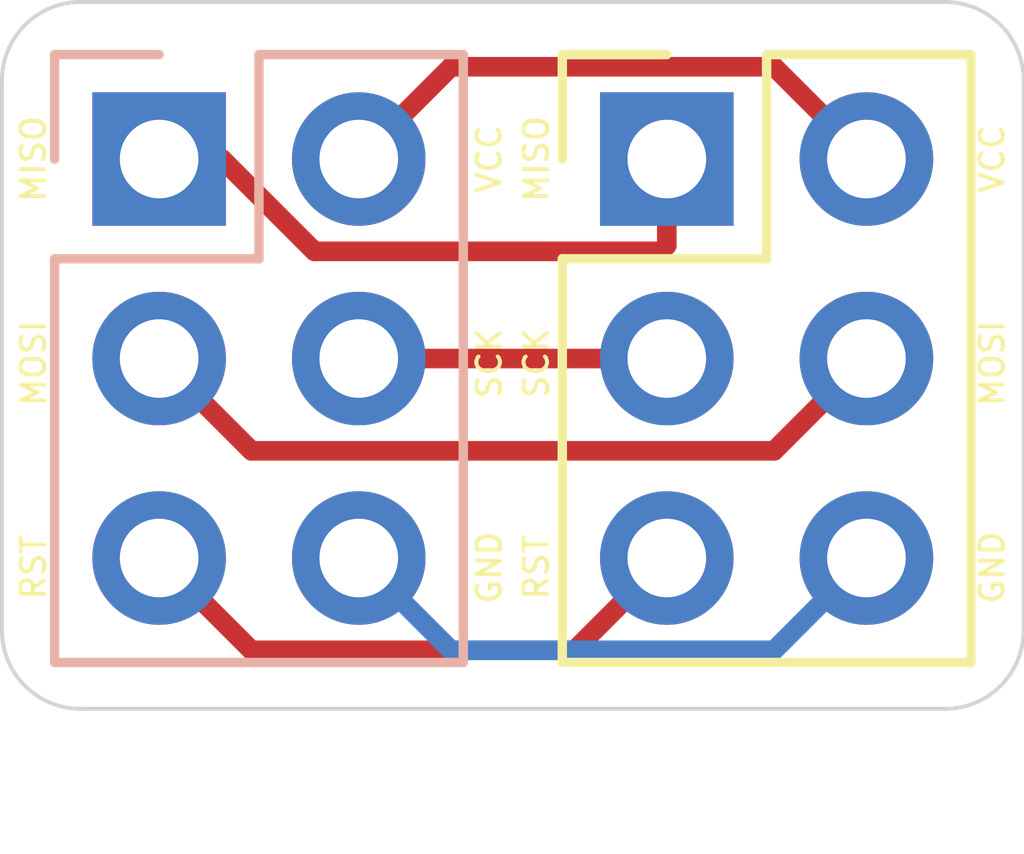
<source format=kicad_pcb>
(kicad_pcb (version 20171130) (host pcbnew "(5.1.5-0-10_14)")

  (general
    (thickness 1.6)
    (drawings 20)
    (tracks 23)
    (zones 0)
    (modules 2)
    (nets 7)
  )

  (page A4)
  (layers
    (0 F.Cu signal)
    (31 B.Cu signal)
    (32 B.Adhes user)
    (33 F.Adhes user)
    (34 B.Paste user)
    (35 F.Paste user)
    (36 B.SilkS user)
    (37 F.SilkS user)
    (38 B.Mask user)
    (39 F.Mask user)
    (40 Dwgs.User user)
    (41 Cmts.User user)
    (42 Eco1.User user)
    (43 Eco2.User user)
    (44 Edge.Cuts user)
    (45 Margin user)
    (46 B.CrtYd user)
    (47 F.CrtYd user)
    (48 B.Fab user)
    (49 F.Fab user hide)
  )

  (setup
    (last_trace_width 0.25)
    (trace_clearance 0.2)
    (zone_clearance 0.508)
    (zone_45_only no)
    (trace_min 0.2)
    (via_size 0.8)
    (via_drill 0.4)
    (via_min_size 0.4)
    (via_min_drill 0.3)
    (uvia_size 0.3)
    (uvia_drill 0.1)
    (uvias_allowed no)
    (uvia_min_size 0.2)
    (uvia_min_drill 0.1)
    (edge_width 0.05)
    (segment_width 0.2)
    (pcb_text_width 0.3)
    (pcb_text_size 1.5 1.5)
    (mod_edge_width 0.12)
    (mod_text_size 1 1)
    (mod_text_width 0.15)
    (pad_size 1.524 1.524)
    (pad_drill 0.762)
    (pad_to_mask_clearance 0.051)
    (solder_mask_min_width 0.25)
    (aux_axis_origin 0 0)
    (visible_elements FFFFFF7F)
    (pcbplotparams
      (layerselection 0x010fc_ffffffff)
      (usegerberextensions false)
      (usegerberattributes false)
      (usegerberadvancedattributes false)
      (creategerberjobfile false)
      (excludeedgelayer true)
      (linewidth 0.100000)
      (plotframeref false)
      (viasonmask false)
      (mode 1)
      (useauxorigin false)
      (hpglpennumber 1)
      (hpglpenspeed 20)
      (hpglpendiameter 15.000000)
      (psnegative false)
      (psa4output false)
      (plotreference true)
      (plotvalue true)
      (plotinvisibletext false)
      (padsonsilk false)
      (subtractmaskfromsilk false)
      (outputformat 1)
      (mirror false)
      (drillshape 1)
      (scaleselection 1)
      (outputdirectory ""))
  )

  (net 0 "")
  (net 1 /GND)
  (net 2 /RST)
  (net 3 /SCK)
  (net 4 /MOSI)
  (net 5 /VCC)
  (net 6 /MISO)

  (net_class Default "This is the default net class."
    (clearance 0.2)
    (trace_width 0.25)
    (via_dia 0.8)
    (via_drill 0.4)
    (uvia_dia 0.3)
    (uvia_drill 0.1)
    (add_net /GND)
    (add_net /MISO)
    (add_net /MOSI)
    (add_net /RST)
    (add_net /SCK)
    (add_net /VCC)
  )

  (module Connector_PinHeader_2.54mm:PinHeader_2x03_P2.54mm_Vertical (layer F.Cu) (tedit 59FED5CC) (tstamp 5F607B8F)
    (at 138.46 69)
    (descr "Through hole straight pin header, 2x03, 2.54mm pitch, double rows")
    (tags "Through hole pin header THT 2x03 2.54mm double row")
    (path /5F607C31)
    (fp_text reference J2 (at 1.27 -2.33) (layer F.SilkS) hide
      (effects (font (size 1 1) (thickness 0.15)))
    )
    (fp_text value AVR-ISP-6 (at 3.54 8) (layer F.Fab)
      (effects (font (size 1 1) (thickness 0.15)))
    )
    (fp_text user %R (at 1.27 2.54 90) (layer F.Fab)
      (effects (font (size 1 1) (thickness 0.15)))
    )
    (fp_line (start 4.35 -1.8) (end -1.8 -1.8) (layer F.CrtYd) (width 0.05))
    (fp_line (start 4.35 6.85) (end 4.35 -1.8) (layer F.CrtYd) (width 0.05))
    (fp_line (start -1.8 6.85) (end 4.35 6.85) (layer F.CrtYd) (width 0.05))
    (fp_line (start -1.8 -1.8) (end -1.8 6.85) (layer F.CrtYd) (width 0.05))
    (fp_line (start -1.33 -1.33) (end 0 -1.33) (layer F.SilkS) (width 0.12))
    (fp_line (start -1.33 0) (end -1.33 -1.33) (layer F.SilkS) (width 0.12))
    (fp_line (start 1.27 -1.33) (end 3.87 -1.33) (layer F.SilkS) (width 0.12))
    (fp_line (start 1.27 1.27) (end 1.27 -1.33) (layer F.SilkS) (width 0.12))
    (fp_line (start -1.33 1.27) (end 1.27 1.27) (layer F.SilkS) (width 0.12))
    (fp_line (start 3.87 -1.33) (end 3.87 6.41) (layer F.SilkS) (width 0.12))
    (fp_line (start -1.33 1.27) (end -1.33 6.41) (layer F.SilkS) (width 0.12))
    (fp_line (start -1.33 6.41) (end 3.87 6.41) (layer F.SilkS) (width 0.12))
    (fp_line (start -1.27 0) (end 0 -1.27) (layer F.Fab) (width 0.1))
    (fp_line (start -1.27 6.35) (end -1.27 0) (layer F.Fab) (width 0.1))
    (fp_line (start 3.81 6.35) (end -1.27 6.35) (layer F.Fab) (width 0.1))
    (fp_line (start 3.81 -1.27) (end 3.81 6.35) (layer F.Fab) (width 0.1))
    (fp_line (start 0 -1.27) (end 3.81 -1.27) (layer F.Fab) (width 0.1))
    (pad 6 thru_hole oval (at 2.54 5.08) (size 1.7 1.7) (drill 1) (layers *.Cu *.Mask)
      (net 1 /GND))
    (pad 5 thru_hole oval (at 0 5.08) (size 1.7 1.7) (drill 1) (layers *.Cu *.Mask)
      (net 2 /RST))
    (pad 4 thru_hole oval (at 2.54 2.54) (size 1.7 1.7) (drill 1) (layers *.Cu *.Mask)
      (net 4 /MOSI))
    (pad 3 thru_hole oval (at 0 2.54) (size 1.7 1.7) (drill 1) (layers *.Cu *.Mask)
      (net 3 /SCK))
    (pad 2 thru_hole oval (at 2.54 0) (size 1.7 1.7) (drill 1) (layers *.Cu *.Mask)
      (net 5 /VCC))
    (pad 1 thru_hole rect (at 0 0) (size 1.7 1.7) (drill 1) (layers *.Cu *.Mask)
      (net 6 /MISO))
    (model ${KISYS3DMOD}/Connector_PinHeader_2.54mm.3dshapes/PinHeader_2x03_P2.54mm_Vertical.wrl
      (at (xyz 0 0 0))
      (scale (xyz 1 1 1))
      (rotate (xyz 0 0 0))
    )
  )

  (module Connector_PinSocket_2.54mm:PinSocket_2x03_P2.54mm_Vertical (layer B.Cu) (tedit 5A19A425) (tstamp 5F607C18)
    (at 132 69 180)
    (descr "Through hole straight socket strip, 2x03, 2.54mm pitch, double cols (from Kicad 4.0.7), script generated")
    (tags "Through hole socket strip THT 2x03 2.54mm double row")
    (path /5F6084CC)
    (fp_text reference J1 (at -1.27 2.77) (layer B.SilkS) hide
      (effects (font (size 1 1) (thickness 0.15)) (justify mirror))
    )
    (fp_text value Conn_01x06 (at -4 -8) (layer B.Fab)
      (effects (font (size 1 1) (thickness 0.15)) (justify mirror))
    )
    (fp_text user %R (at -1.27 -2.54) (layer B.Fab)
      (effects (font (size 1 1) (thickness 0.15)) (justify mirror))
    )
    (fp_line (start -4.34 -6.85) (end -4.34 1.8) (layer B.CrtYd) (width 0.05))
    (fp_line (start 1.76 -6.85) (end -4.34 -6.85) (layer B.CrtYd) (width 0.05))
    (fp_line (start 1.76 1.8) (end 1.76 -6.85) (layer B.CrtYd) (width 0.05))
    (fp_line (start -4.34 1.8) (end 1.76 1.8) (layer B.CrtYd) (width 0.05))
    (fp_line (start 0 1.33) (end 1.33 1.33) (layer B.SilkS) (width 0.12))
    (fp_line (start 1.33 1.33) (end 1.33 0) (layer B.SilkS) (width 0.12))
    (fp_line (start -1.27 1.33) (end -1.27 -1.27) (layer B.SilkS) (width 0.12))
    (fp_line (start -1.27 -1.27) (end 1.33 -1.27) (layer B.SilkS) (width 0.12))
    (fp_line (start 1.33 -1.27) (end 1.33 -6.41) (layer B.SilkS) (width 0.12))
    (fp_line (start -3.87 -6.41) (end 1.33 -6.41) (layer B.SilkS) (width 0.12))
    (fp_line (start -3.87 1.33) (end -3.87 -6.41) (layer B.SilkS) (width 0.12))
    (fp_line (start -3.87 1.33) (end -1.27 1.33) (layer B.SilkS) (width 0.12))
    (fp_line (start -3.81 -6.35) (end -3.81 1.27) (layer B.Fab) (width 0.1))
    (fp_line (start 1.27 -6.35) (end -3.81 -6.35) (layer B.Fab) (width 0.1))
    (fp_line (start 1.27 0.27) (end 1.27 -6.35) (layer B.Fab) (width 0.1))
    (fp_line (start 0.27 1.27) (end 1.27 0.27) (layer B.Fab) (width 0.1))
    (fp_line (start -3.81 1.27) (end 0.27 1.27) (layer B.Fab) (width 0.1))
    (pad 6 thru_hole oval (at -2.54 -5.08 180) (size 1.7 1.7) (drill 1) (layers *.Cu *.Mask)
      (net 1 /GND))
    (pad 5 thru_hole oval (at 0 -5.08 180) (size 1.7 1.7) (drill 1) (layers *.Cu *.Mask)
      (net 2 /RST))
    (pad 4 thru_hole oval (at -2.54 -2.54 180) (size 1.7 1.7) (drill 1) (layers *.Cu *.Mask)
      (net 3 /SCK))
    (pad 3 thru_hole oval (at 0 -2.54 180) (size 1.7 1.7) (drill 1) (layers *.Cu *.Mask)
      (net 4 /MOSI))
    (pad 2 thru_hole oval (at -2.54 0 180) (size 1.7 1.7) (drill 1) (layers *.Cu *.Mask)
      (net 5 /VCC))
    (pad 1 thru_hole rect (at 0 0 180) (size 1.7 1.7) (drill 1) (layers *.Cu *.Mask)
      (net 6 /MISO))
    (model ${KISYS3DMOD}/Connector_PinSocket_2.54mm.3dshapes/PinSocket_2x03_P2.54mm_Vertical.wrl
      (at (xyz 0 0 0))
      (scale (xyz 1 1 1))
      (rotate (xyz 0 0 0))
    )
  )

  (gr_text RST (at 130.4 74.2 90) (layer F.SilkS) (tstamp 5F6081D5)
    (effects (font (size 0.3 0.3) (thickness 0.05)))
  )
  (gr_text MISO (at 130.4 69 90) (layer F.SilkS) (tstamp 5F6081D5)
    (effects (font (size 0.3 0.3) (thickness 0.05)))
  )
  (gr_text VCC (at 136.2 69 90) (layer F.SilkS) (tstamp 5F6081D5)
    (effects (font (size 0.3 0.3) (thickness 0.05)))
  )
  (gr_text SCK (at 136.2 71.6 90) (layer F.SilkS) (tstamp 5F608246)
    (effects (font (size 0.3 0.3) (thickness 0.05)))
  )
  (gr_text GND (at 136.2 74.2 90) (layer F.SilkS) (tstamp 5F6081D5)
    (effects (font (size 0.3 0.3) (thickness 0.05)))
  )
  (gr_text RST (at 136.8 74.2 90) (layer F.SilkS) (tstamp 5F6081D5)
    (effects (font (size 0.3 0.3) (thickness 0.05)))
  )
  (gr_text SCK (at 136.8 71.6 90) (layer F.SilkS) (tstamp 5F6081D5)
    (effects (font (size 0.3 0.3) (thickness 0.05)))
  )
  (gr_text MISO (at 136.8 69 90) (layer F.SilkS) (tstamp 5F6081D5)
    (effects (font (size 0.3 0.3) (thickness 0.05)))
  )
  (gr_text VCC (at 142.6 69 90) (layer F.SilkS) (tstamp 5F608241)
    (effects (font (size 0.3 0.3) (thickness 0.05)))
  )
  (gr_text GND (at 142.6 74.2 90) (layer F.SilkS) (tstamp 5F6081D5)
    (effects (font (size 0.3 0.3) (thickness 0.05)))
  )
  (gr_text MOSI (at 130.4 71.6 90) (layer F.SilkS) (tstamp 5F6081B4)
    (effects (font (size 0.3 0.3) (thickness 0.05)))
  )
  (gr_text MOSI (at 142.6 71.6 90) (layer F.SilkS) (tstamp 5F608221)
    (effects (font (size 0.3 0.3) (thickness 0.05)))
  )
  (gr_arc (start 142 75) (end 142 76) (angle -90) (layer Edge.Cuts) (width 0.05) (tstamp 5F6080D8))
  (gr_arc (start 142 68) (end 143 68) (angle -90) (layer Edge.Cuts) (width 0.05) (tstamp 5F6080D8))
  (gr_arc (start 131 68) (end 131 67) (angle -90) (layer Edge.Cuts) (width 0.05))
  (gr_arc (start 131 75) (end 130 75) (angle -90) (layer Edge.Cuts) (width 0.05))
  (gr_line (start 143 75) (end 143 68) (layer Edge.Cuts) (width 0.05) (tstamp 5F607D66))
  (gr_line (start 131 76) (end 142 76) (layer Edge.Cuts) (width 0.05))
  (gr_line (start 130 68) (end 130 75) (layer Edge.Cuts) (width 0.05))
  (gr_line (start 142 67) (end 131 67) (layer Edge.Cuts) (width 0.05))

  (segment (start 139.824999 75.255001) (end 140.150001 74.929999) (width 0.25) (layer B.Cu) (net 1))
  (segment (start 140.150001 74.929999) (end 141 74.08) (width 0.25) (layer B.Cu) (net 1))
  (segment (start 135.715001 75.255001) (end 139.824999 75.255001) (width 0.25) (layer B.Cu) (net 1))
  (segment (start 134.54 74.08) (end 135.715001 75.255001) (width 0.25) (layer B.Cu) (net 1))
  (segment (start 137.610001 74.929999) (end 138.46 74.08) (width 0.25) (layer F.Cu) (net 2))
  (segment (start 137.284999 75.255001) (end 137.610001 74.929999) (width 0.25) (layer F.Cu) (net 2))
  (segment (start 133.175001 75.255001) (end 137.284999 75.255001) (width 0.25) (layer F.Cu) (net 2))
  (segment (start 132 74.08) (end 133.175001 75.255001) (width 0.25) (layer F.Cu) (net 2))
  (segment (start 134.54 71.54) (end 138.46 71.54) (width 0.25) (layer F.Cu) (net 3))
  (segment (start 139.824999 72.715001) (end 140.150001 72.389999) (width 0.25) (layer F.Cu) (net 4))
  (segment (start 133.175001 72.715001) (end 139.824999 72.715001) (width 0.25) (layer F.Cu) (net 4))
  (segment (start 140.150001 72.389999) (end 141 71.54) (width 0.25) (layer F.Cu) (net 4))
  (segment (start 132 71.54) (end 133.175001 72.715001) (width 0.25) (layer F.Cu) (net 4))
  (segment (start 134.54 69) (end 134.5 69) (width 0.25) (layer F.Cu) (net 5))
  (segment (start 140.150001 68.150001) (end 141 69) (width 0.25) (layer F.Cu) (net 5))
  (segment (start 139.824999 67.824999) (end 140.150001 68.150001) (width 0.25) (layer F.Cu) (net 5))
  (segment (start 135.715001 67.824999) (end 139.824999 67.824999) (width 0.25) (layer F.Cu) (net 5))
  (segment (start 134.54 69) (end 135.715001 67.824999) (width 0.25) (layer F.Cu) (net 5))
  (segment (start 138.384999 70.175001) (end 138.46 70.1) (width 0.25) (layer F.Cu) (net 6))
  (segment (start 138.46 70.1) (end 138.46 69) (width 0.25) (layer F.Cu) (net 6))
  (segment (start 133.975999 70.175001) (end 138.384999 70.175001) (width 0.25) (layer F.Cu) (net 6))
  (segment (start 132.800998 69) (end 133.975999 70.175001) (width 0.25) (layer F.Cu) (net 6))
  (segment (start 132 69) (end 132.800998 69) (width 0.25) (layer F.Cu) (net 6))

)

</source>
